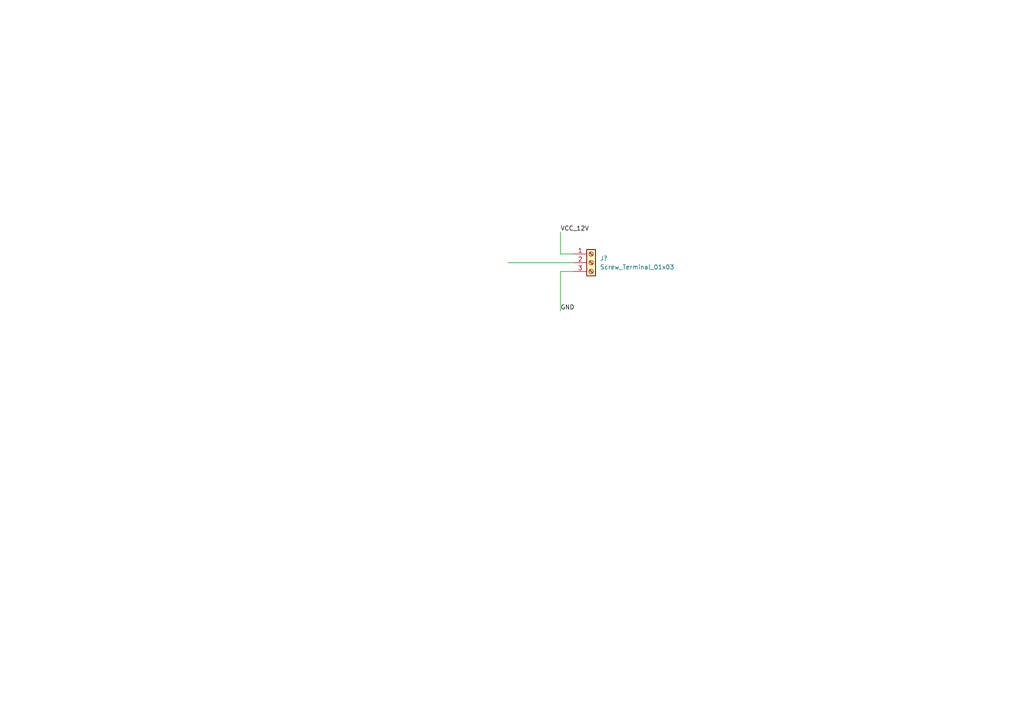
<source format=kicad_sch>
(kicad_sch (version 20210621) (generator eeschema)
  (paper "A4")
  (lib_symbols
    (symbol "Connector:Screw_Terminal_01x03" (pin_names (offset 1.016) hide)
      (property "Reference" "J" (at 0 5.08 0))
      (property "Value" "Screw_Terminal_01x03" (at 0 -5.08 0))
      (symbol "Screw_Terminal_01x03_1_1"
        (circle (center 0 -2.54) (radius 0.635) (stroke (width 0.1524)))
        (circle (center 0 0) (radius 0.635) (stroke (width 0.1524)))
        (circle (center 0 2.54) (radius 0.635) (stroke (width 0.1524)))
        (rectangle (start -1.27 3.81) (end 1.27 -3.81) (stroke (width 0.254)) (fill (type background)))
        (polyline (pts (xy -0.5334 -2.2098) (xy 0.3302 -3.048)) (stroke (width 0.1524)))
        (polyline (pts (xy -0.5334 0.3302) (xy 0.3302 -0.508)) (stroke (width 0.1524)))
        (polyline (pts (xy -0.5334 2.8702) (xy 0.3302 2.032)) (stroke (width 0.1524)))
        (polyline (pts (xy -0.3556 -2.032) (xy 0.508 -2.8702)) (stroke (width 0.1524)))
        (polyline (pts (xy -0.3556 0.508) (xy 0.508 -0.3302)) (stroke (width 0.1524)))
        (polyline (pts (xy -0.3556 3.048) (xy 0.508 2.2098)) (stroke (width 0.1524)))
        (pin passive line (at -5.08 2.54 0) (length 3.81) (name "Pin_1") (number "1"))
        (pin passive line (at -5.08 0 0) (length 3.81) (name "Pin_2") (number "2"))
        (pin passive line (at -5.08 -2.54 0) (length 3.81) (name "Pin_3") (number "3"))
      )
    )
  )
  (wire (pts (xy 147.32 76.2) (xy 166.37 76.2)))
  (wire (pts (xy 162.56 67.31) (xy 162.56 73.66)))
  (wire (pts (xy 162.56 78.74) (xy 162.56 90.17)))
  (wire (pts (xy 166.37 73.66) (xy 162.56 73.66)))
  (wire (pts (xy 166.37 78.74) (xy 162.56 78.74)))
  (label "VCC_12V" (at 162.56 67.31 0))
  (label "GND" (at 162.56 90.17 0))
  (symbol (lib_id "Connector:Screw_Terminal_01x03") (at 171.45 76.2 0) (unit 1)
    (property "Reference" "J?" (at 173.99 74.9299 0) (effects (justify left)))
    (property "Value" "Screw_Terminal_01x03" (at 173.99 77.4699 0) (effects (justify left)))
  )
)
</source>
